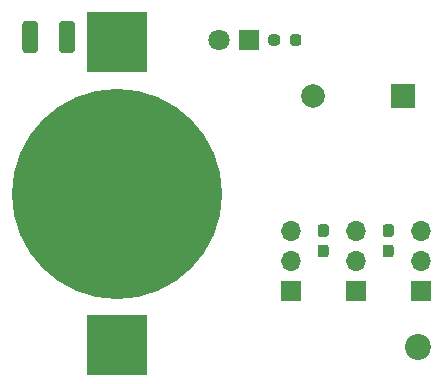
<source format=gbr>
%TF.GenerationSoftware,KiCad,Pcbnew,(5.1.9)-1*%
%TF.CreationDate,2021-02-25T21:12:44-03:30*%
%TF.ProjectId,annoy-o-me,616e6e6f-792d-46f2-9d6d-652e6b696361,rev?*%
%TF.SameCoordinates,Original*%
%TF.FileFunction,Soldermask,Bot*%
%TF.FilePolarity,Negative*%
%FSLAX46Y46*%
G04 Gerber Fmt 4.6, Leading zero omitted, Abs format (unit mm)*
G04 Created by KiCad (PCBNEW (5.1.9)-1) date 2021-02-25 21:12:44*
%MOMM*%
%LPD*%
G01*
G04 APERTURE LIST*
%ADD10C,2.200000*%
%ADD11R,5.100000X5.100000*%
%ADD12C,17.800000*%
%ADD13R,2.000000X2.000000*%
%ADD14C,2.000000*%
%ADD15R,1.800000X1.800000*%
%ADD16C,1.800000*%
%ADD17R,1.700000X1.700000*%
%ADD18O,1.700000X1.700000*%
G04 APERTURE END LIST*
D10*
%TO.C,REF\u002A\u002A*%
X136500000Y-129500000D03*
%TD*%
D11*
%TO.C,BT1*%
X111000000Y-129300000D03*
X111000000Y-103700000D03*
D12*
X111000000Y-116500000D03*
%TD*%
D13*
%TO.C,BZ1*%
X135250000Y-108250000D03*
D14*
X127650000Y-108250000D03*
%TD*%
%TO.C,C2*%
G36*
G01*
X104350000Y-102149998D02*
X104350000Y-104350002D01*
G75*
G02*
X104100002Y-104600000I-249998J0D01*
G01*
X103274998Y-104600000D01*
G75*
G02*
X103025000Y-104350002I0J249998D01*
G01*
X103025000Y-102149998D01*
G75*
G02*
X103274998Y-101900000I249998J0D01*
G01*
X104100002Y-101900000D01*
G75*
G02*
X104350000Y-102149998I0J-249998D01*
G01*
G37*
G36*
G01*
X107475000Y-102149998D02*
X107475000Y-104350002D01*
G75*
G02*
X107225002Y-104600000I-249998J0D01*
G01*
X106399998Y-104600000D01*
G75*
G02*
X106150000Y-104350002I0J249998D01*
G01*
X106150000Y-102149998D01*
G75*
G02*
X106399998Y-101900000I249998J0D01*
G01*
X107225002Y-101900000D01*
G75*
G02*
X107475000Y-102149998I0J-249998D01*
G01*
G37*
%TD*%
%TO.C,C4*%
G36*
G01*
X133762500Y-120825000D02*
X134237500Y-120825000D01*
G75*
G02*
X134475000Y-121062500I0J-237500D01*
G01*
X134475000Y-121662500D01*
G75*
G02*
X134237500Y-121900000I-237500J0D01*
G01*
X133762500Y-121900000D01*
G75*
G02*
X133525000Y-121662500I0J237500D01*
G01*
X133525000Y-121062500D01*
G75*
G02*
X133762500Y-120825000I237500J0D01*
G01*
G37*
G36*
G01*
X133762500Y-119100000D02*
X134237500Y-119100000D01*
G75*
G02*
X134475000Y-119337500I0J-237500D01*
G01*
X134475000Y-119937500D01*
G75*
G02*
X134237500Y-120175000I-237500J0D01*
G01*
X133762500Y-120175000D01*
G75*
G02*
X133525000Y-119937500I0J237500D01*
G01*
X133525000Y-119337500D01*
G75*
G02*
X133762500Y-119100000I237500J0D01*
G01*
G37*
%TD*%
%TO.C,C5*%
G36*
G01*
X128262500Y-119100000D02*
X128737500Y-119100000D01*
G75*
G02*
X128975000Y-119337500I0J-237500D01*
G01*
X128975000Y-119937500D01*
G75*
G02*
X128737500Y-120175000I-237500J0D01*
G01*
X128262500Y-120175000D01*
G75*
G02*
X128025000Y-119937500I0J237500D01*
G01*
X128025000Y-119337500D01*
G75*
G02*
X128262500Y-119100000I237500J0D01*
G01*
G37*
G36*
G01*
X128262500Y-120825000D02*
X128737500Y-120825000D01*
G75*
G02*
X128975000Y-121062500I0J-237500D01*
G01*
X128975000Y-121662500D01*
G75*
G02*
X128737500Y-121900000I-237500J0D01*
G01*
X128262500Y-121900000D01*
G75*
G02*
X128025000Y-121662500I0J237500D01*
G01*
X128025000Y-121062500D01*
G75*
G02*
X128262500Y-120825000I237500J0D01*
G01*
G37*
%TD*%
D15*
%TO.C,D2*%
X122250000Y-103500000D03*
D16*
X119710000Y-103500000D03*
%TD*%
D17*
%TO.C,J1*%
X125750000Y-124750000D03*
D18*
X125750000Y-122210000D03*
X125750000Y-119670000D03*
%TD*%
D17*
%TO.C,J2*%
X136750000Y-124750000D03*
D18*
X136750000Y-122210000D03*
X136750000Y-119670000D03*
%TD*%
%TO.C,R3*%
G36*
G01*
X123850000Y-103737500D02*
X123850000Y-103262500D01*
G75*
G02*
X124087500Y-103025000I237500J0D01*
G01*
X124587500Y-103025000D01*
G75*
G02*
X124825000Y-103262500I0J-237500D01*
G01*
X124825000Y-103737500D01*
G75*
G02*
X124587500Y-103975000I-237500J0D01*
G01*
X124087500Y-103975000D01*
G75*
G02*
X123850000Y-103737500I0J237500D01*
G01*
G37*
G36*
G01*
X125675000Y-103737500D02*
X125675000Y-103262500D01*
G75*
G02*
X125912500Y-103025000I237500J0D01*
G01*
X126412500Y-103025000D01*
G75*
G02*
X126650000Y-103262500I0J-237500D01*
G01*
X126650000Y-103737500D01*
G75*
G02*
X126412500Y-103975000I-237500J0D01*
G01*
X125912500Y-103975000D01*
G75*
G02*
X125675000Y-103737500I0J237500D01*
G01*
G37*
%TD*%
%TO.C,U3*%
X131250000Y-119670000D03*
X131250000Y-122210000D03*
D17*
X131250000Y-124750000D03*
%TD*%
M02*

</source>
